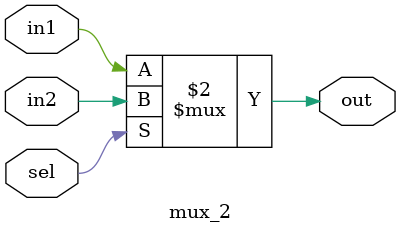
<source format=v>
module mux_2 #(
	parameter WIDTH = 1
)(
	input wire [WIDTH - 1: 0] in1,
	input wire [WIDTH - 1: 0] in2,
	input wire sel,

	output wire [WIDTH - 1: 0] out
);
	assign out = (sel == 1'b0) ? in1 : in2;
endmodule

</source>
